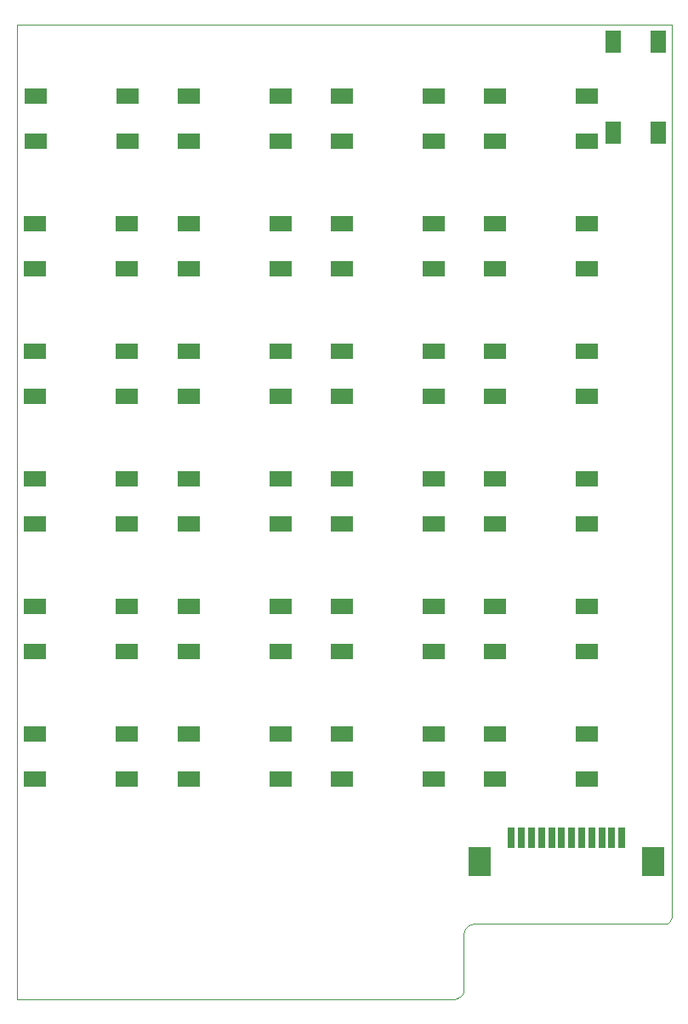
<source format=gts>
G04*
G04 #@! TF.GenerationSoftware,Altium Limited,CircuitStudio,1.5.2 (30)*
G04*
G04 Layer_Color=20142*
%FSLAX25Y25*%
%MOIN*%
G70*
G01*
G75*
%ADD15C,0.00300*%
%ADD21R,0.09068X0.11824*%
%ADD22R,0.03162X0.08280*%
%ADD23R,0.09100X0.06300*%
%ADD24R,0.06300X0.09100*%
D15*
X171260Y0D02*
X172279Y134D01*
X173228Y527D01*
X174044Y1153D01*
X174669Y1969D01*
X175063Y2918D01*
X175197Y3937D01*
X179134Y29528D02*
X178115Y29393D01*
X177165Y29000D01*
X176350Y28374D01*
X175724Y27559D01*
X175331Y26610D01*
X175197Y25591D01*
X253937Y29528D02*
X254992Y29737D01*
X255886Y30335D01*
X256483Y31229D01*
X256693Y32283D01*
X118Y382008D02*
X0Y381890D01*
Y0D02*
X171260D01*
X256693Y33465D02*
Y382008D01*
X175197Y3937D02*
Y25591D01*
X179134Y29528D02*
X253937D01*
X256693Y32283D02*
Y33465D01*
X0Y382008D02*
X256693D01*
X0Y0D02*
Y382008D01*
D21*
X249555Y53874D02*
D03*
X181445D02*
D03*
D22*
X237154Y63126D02*
D03*
X233217D02*
D03*
X229279D02*
D03*
X225342D02*
D03*
X221406D02*
D03*
X217469D02*
D03*
X213531D02*
D03*
X209594D02*
D03*
X205658D02*
D03*
X201720D02*
D03*
X197784D02*
D03*
X193846D02*
D03*
D23*
X187550Y86150D02*
D03*
X223450D02*
D03*
X187550Y103850D02*
D03*
X223450D02*
D03*
X127550Y86150D02*
D03*
X163450D02*
D03*
X127550Y103850D02*
D03*
X163450D02*
D03*
X67550Y86150D02*
D03*
X103450D02*
D03*
X67550Y103850D02*
D03*
X103450D02*
D03*
X7050Y86150D02*
D03*
X42950D02*
D03*
X7050Y103850D02*
D03*
X42950D02*
D03*
X187550Y136150D02*
D03*
X223450D02*
D03*
X187550Y153850D02*
D03*
X223450D02*
D03*
X127550Y136150D02*
D03*
X163450D02*
D03*
X127550Y153850D02*
D03*
X163450D02*
D03*
X67550Y136150D02*
D03*
X103450D02*
D03*
X67550Y153850D02*
D03*
X103450D02*
D03*
X7050Y136150D02*
D03*
X42950D02*
D03*
X7050Y153850D02*
D03*
X42950D02*
D03*
X187550Y186150D02*
D03*
X223450D02*
D03*
X187550Y203850D02*
D03*
X223450D02*
D03*
X127550Y186150D02*
D03*
X163450D02*
D03*
X127550Y203850D02*
D03*
X163450D02*
D03*
X67550Y186150D02*
D03*
X103450D02*
D03*
X67550Y203850D02*
D03*
X103450D02*
D03*
X7050Y186150D02*
D03*
X42950D02*
D03*
X7050Y203850D02*
D03*
X42950D02*
D03*
X187550Y236150D02*
D03*
X223450D02*
D03*
X187550Y253850D02*
D03*
X223450D02*
D03*
X127550Y236150D02*
D03*
X163450D02*
D03*
X127550Y253850D02*
D03*
X163450D02*
D03*
X67550Y236150D02*
D03*
X103450D02*
D03*
X67550Y253850D02*
D03*
X103450D02*
D03*
X7050Y236150D02*
D03*
X42950D02*
D03*
X7050Y253850D02*
D03*
X42950D02*
D03*
X187550Y286150D02*
D03*
X223450D02*
D03*
X187550Y303850D02*
D03*
X223450D02*
D03*
X127550Y286150D02*
D03*
X163450D02*
D03*
X127550Y303850D02*
D03*
X163450D02*
D03*
X67550Y286150D02*
D03*
X103450D02*
D03*
X67550Y303850D02*
D03*
X103450D02*
D03*
X7050Y286150D02*
D03*
X42950D02*
D03*
X7050Y303850D02*
D03*
X42950D02*
D03*
X187550Y336150D02*
D03*
X223450D02*
D03*
X187550Y353850D02*
D03*
X223450D02*
D03*
X127550Y336150D02*
D03*
X163450D02*
D03*
X127550Y353850D02*
D03*
X163450D02*
D03*
X67550Y336150D02*
D03*
X103450D02*
D03*
X67550Y353850D02*
D03*
X103450D02*
D03*
X7550Y336150D02*
D03*
X43450D02*
D03*
X7550Y353850D02*
D03*
X43450D02*
D03*
D24*
X251350Y339550D02*
D03*
Y375450D02*
D03*
X233650Y339550D02*
D03*
Y375450D02*
D03*
M02*

</source>
